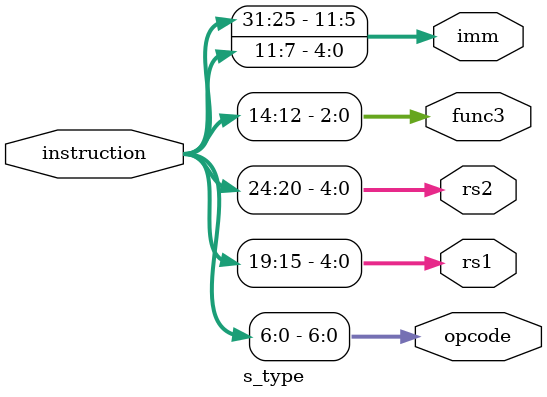
<source format=v>
`timescale 1ns / 1ps

module s_type(
    input [31:0] instruction,  // 32-bit S-Type instruction
    output [6:0] opcode,       // Opcode (bits [6:0])
    output [4:0] rs1,          // Source register 1 (bits [19:15])
    output [4:0] rs2,          // Source register 2 (bits [24:20])
    output [2:0] func3,        // Function code (bits [14:12])
    output [11:0] imm          // Immediate value (bits [31:25] + [11:7])
);

    // Assign fields based on the S-Type instruction format
    assign opcode = instruction[6:0];    // Opcode
    assign rs1    = instruction[19:15];  // Source register 1
    assign rs2    = instruction[24:20];  // Source register 2
    assign func3  = instruction[14:12];  // Function code (func3)
    assign imm    = {instruction[31:25], instruction[11:7]};  // Immediate value (concatenated)

endmodule
</source>
